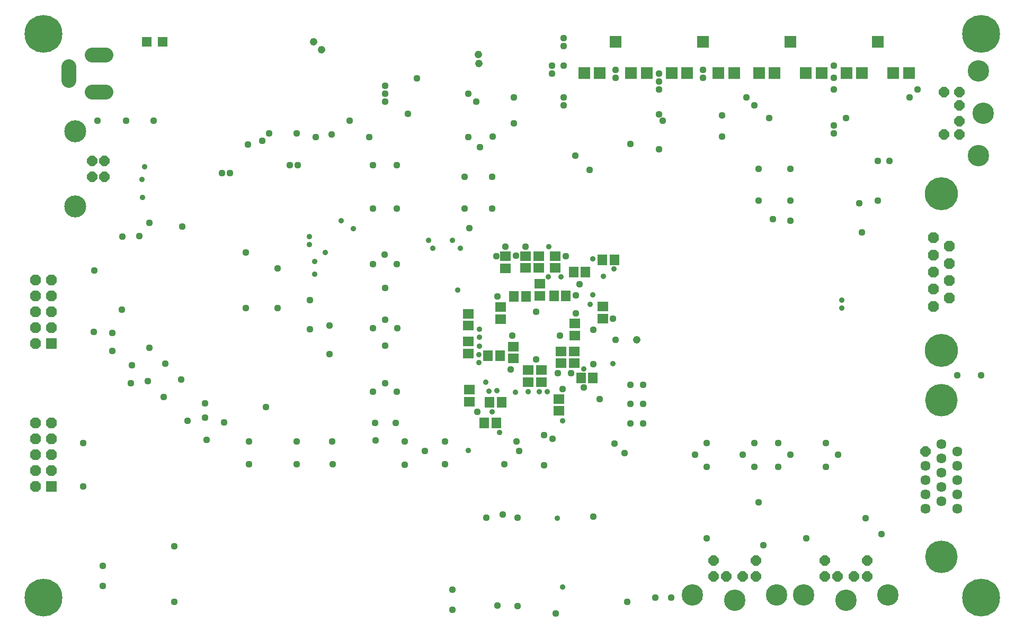
<source format=gbs>
G75*
%MOIN*%
%OFA0B0*%
%FSLAX24Y24*%
%IPPOS*%
%LPD*%
%AMOC8*
5,1,8,0,0,1.08239X$1,22.5*
%
%ADD10R,0.0730X0.0730*%
%ADD11OC8,0.0654*%
%ADD12C,0.1386*%
%ADD13C,0.0940*%
%ADD14OC8,0.0634*%
%ADD15C,0.1346*%
%ADD16C,0.0634*%
%ADD17C,0.2049*%
%ADD18OC8,0.0680*%
%ADD19C,0.2080*%
%ADD20R,0.0595X0.0595*%
%ADD21R,0.0671X0.0592*%
%ADD22R,0.0592X0.0671*%
%ADD23R,0.0680X0.0680*%
%ADD24C,0.2380*%
%ADD25C,0.0476*%
%ADD26C,0.0437*%
%ADD27C,0.0358*%
D10*
X036178Y035531D03*
X037162Y035531D03*
X039130Y035531D03*
X040115Y035531D03*
X041678Y035531D03*
X042662Y035531D03*
X044630Y035531D03*
X045615Y035531D03*
X047178Y035531D03*
X048162Y035531D03*
X050130Y035531D03*
X051115Y035531D03*
X052678Y035531D03*
X053662Y035531D03*
X055630Y035531D03*
X056615Y035531D03*
X054646Y037500D03*
X049146Y037500D03*
X043646Y037500D03*
X038146Y037500D03*
D11*
X006000Y029992D03*
X005213Y029992D03*
X005213Y029008D03*
X006000Y029008D03*
D12*
X004146Y027130D03*
X004146Y031870D03*
D13*
X005216Y034319D02*
X006076Y034319D01*
X003756Y035070D02*
X003756Y035930D01*
X005216Y036681D02*
X006076Y036681D01*
D14*
X057646Y011704D03*
X053985Y004831D03*
X053985Y003846D03*
X053158Y003846D03*
X052134Y003846D03*
X051307Y003846D03*
X051307Y004831D03*
X046985Y004831D03*
X046985Y003846D03*
X046158Y003846D03*
X045134Y003846D03*
X044307Y003846D03*
X044307Y004831D03*
X058815Y031661D03*
X059800Y031661D03*
X059800Y032488D03*
X059800Y033512D03*
X059800Y034339D03*
X058815Y034339D03*
D15*
X060981Y035657D03*
X061296Y033000D03*
X060981Y030343D03*
X055304Y002665D03*
X052646Y002350D03*
X049989Y002665D03*
X048304Y002665D03*
X045646Y002350D03*
X042989Y002665D03*
D16*
X057646Y008104D03*
X057646Y009004D03*
X057646Y009904D03*
X058646Y009454D03*
X059646Y009004D03*
X058646Y008554D03*
X059646Y008104D03*
X059646Y009904D03*
X058646Y010354D03*
X057646Y010804D03*
X058646Y011254D03*
X059646Y010804D03*
X059646Y011704D03*
X058646Y012154D03*
D17*
X058646Y014921D03*
X058646Y005079D03*
D18*
X058146Y020840D03*
X059146Y021380D03*
X058146Y021920D03*
X059146Y022460D03*
X058146Y023000D03*
X059146Y023540D03*
X058146Y024080D03*
X059146Y024620D03*
X058146Y025160D03*
X002646Y022500D03*
X001646Y022500D03*
X001646Y021500D03*
X001646Y020500D03*
X002646Y020500D03*
X002646Y021500D03*
X002646Y019500D03*
X001646Y019500D03*
X001646Y018500D03*
X001646Y013500D03*
X001646Y012500D03*
X002646Y012500D03*
X002646Y013500D03*
X002646Y011500D03*
X001646Y011500D03*
X001646Y010500D03*
X002646Y010500D03*
X001646Y009500D03*
D19*
X058646Y018070D03*
X058646Y027930D03*
D20*
X009638Y037500D03*
X008654Y037500D03*
D21*
X031237Y023992D03*
X031237Y023244D03*
X032475Y023256D03*
X033313Y023254D03*
X033313Y024002D03*
X032475Y024004D03*
X034357Y024002D03*
X034357Y023254D03*
X033398Y022254D03*
X033398Y021506D03*
X030926Y020797D03*
X030926Y020049D03*
X028896Y020374D03*
X028896Y019626D03*
X028896Y018624D03*
X028896Y017876D03*
X028949Y015591D03*
X028949Y014843D03*
X031705Y017561D03*
X032666Y016819D03*
X033473Y016819D03*
X033473Y016071D03*
X032666Y016071D03*
X034577Y015000D03*
X034577Y014252D03*
X034711Y017254D03*
X034711Y018002D03*
X035548Y018006D03*
X035548Y017258D03*
X035595Y019012D03*
X035595Y019760D03*
X037369Y020083D03*
X037369Y020831D03*
X031705Y018309D03*
D22*
X030874Y017738D03*
X030126Y017738D03*
X030225Y014793D03*
X030973Y014793D03*
X030652Y013500D03*
X029904Y013500D03*
X035981Y016346D03*
X036729Y016346D03*
X035020Y021500D03*
X034272Y021500D03*
X032516Y021470D03*
X031768Y021470D03*
X035522Y023000D03*
X036270Y023000D03*
X037333Y023766D03*
X038081Y023766D03*
D23*
X002646Y018500D03*
X002646Y009500D03*
D24*
X002146Y002500D03*
X002146Y038000D03*
X061146Y038000D03*
X061146Y002500D03*
D25*
X039477Y018728D03*
X029556Y036130D03*
X029516Y036701D03*
X019646Y037000D03*
X019146Y037500D03*
D26*
X023646Y034750D03*
X023646Y034250D03*
X023646Y033750D03*
X025087Y032961D03*
X022658Y031504D03*
X021426Y032528D03*
X020304Y031661D03*
X019280Y031504D03*
X018099Y031740D03*
X016367Y031740D03*
X015933Y031268D03*
X015028Y031031D03*
X013896Y029250D03*
X013396Y029250D03*
X017646Y029750D03*
X018146Y029750D03*
X022896Y029750D03*
X024396Y029750D03*
X028646Y029000D03*
X030396Y029000D03*
X030396Y027000D03*
X028646Y027000D03*
X028945Y025776D03*
X030646Y024000D03*
X031229Y024594D03*
X031890Y024039D03*
X032489Y024594D03*
X035028Y024004D03*
X035896Y022250D03*
X035658Y021524D03*
X035658Y020402D03*
X036741Y019358D03*
X037979Y020059D03*
X038146Y018750D03*
X036760Y017213D03*
X035363Y016642D03*
X034516Y016642D03*
X034811Y015632D03*
X036146Y015750D03*
X037146Y015000D03*
X039075Y014715D03*
X039898Y014711D03*
X039878Y015898D03*
X039075Y015886D03*
X039075Y013465D03*
X039878Y013457D03*
X038075Y012215D03*
X038717Y011587D03*
X043146Y011500D03*
X043896Y010750D03*
X043896Y012250D03*
X046146Y011500D03*
X046896Y010750D03*
X048396Y010750D03*
X049146Y011500D03*
X048396Y012250D03*
X046896Y012250D03*
X051396Y012250D03*
X052146Y011500D03*
X051396Y010750D03*
X047146Y008500D03*
X050146Y006250D03*
X047469Y005795D03*
X043896Y006250D03*
X041646Y002500D03*
X040646Y002500D03*
X038896Y002250D03*
X034396Y001500D03*
X031977Y001951D03*
X030725Y002000D03*
X027896Y001750D03*
X027896Y003000D03*
X030008Y007547D03*
X031050Y007742D03*
X031977Y007547D03*
X036760Y007606D03*
X033646Y010837D03*
X032075Y011740D03*
X031912Y012331D03*
X031162Y010900D03*
X033646Y012750D03*
X034201Y012488D03*
X029461Y014205D03*
X027412Y012331D03*
X026146Y011750D03*
X024890Y012350D03*
X023040Y012390D03*
X023020Y013492D03*
X024306Y013484D03*
X024396Y015461D03*
X023646Y015998D03*
X022896Y015461D03*
X020166Y017821D03*
X018926Y019398D03*
X020166Y019634D03*
X018906Y021248D03*
X016896Y020750D03*
X014896Y020750D03*
X016896Y023250D03*
X014896Y024250D03*
X010874Y025874D03*
X008827Y026110D03*
X008178Y025283D03*
X007134Y025224D03*
X005343Y023094D03*
X007073Y020634D03*
X005337Y019250D03*
X006491Y019177D03*
X006496Y018020D03*
X007707Y017132D03*
X007646Y016000D03*
X008707Y016132D03*
X009707Y015132D03*
X010809Y016226D03*
X009809Y017226D03*
X008809Y018220D03*
X012309Y014726D03*
X012311Y013846D03*
X011207Y013632D03*
X012433Y012429D03*
X013526Y013533D03*
X015085Y012343D03*
X015091Y010907D03*
X018091Y010888D03*
X018085Y012343D03*
X020335Y012343D03*
X020361Y010907D03*
X024890Y010860D03*
X027412Y010900D03*
X031544Y016858D03*
X033146Y017500D03*
X031646Y019000D03*
X033146Y020500D03*
X034646Y019000D03*
X030737Y021465D03*
X024416Y019461D03*
X023646Y020000D03*
X022876Y019461D03*
X023646Y018362D03*
X023646Y022000D03*
X024376Y023494D03*
X023630Y024093D03*
X022876Y023494D03*
X022896Y027000D03*
X024396Y027000D03*
X029634Y030874D03*
X030422Y031524D03*
X031741Y032370D03*
X029396Y033750D03*
X028896Y034250D03*
X031741Y034004D03*
X034146Y035500D03*
X034146Y036000D03*
X034896Y036000D03*
X034896Y037250D03*
X034896Y037750D03*
X038146Y035750D03*
X038146Y035250D03*
X034896Y034000D03*
X034896Y033500D03*
X039083Y031051D03*
X040896Y030750D03*
X041130Y032528D03*
X040894Y032921D03*
X040896Y034500D03*
X040896Y035000D03*
X040896Y035500D03*
X043646Y035250D03*
X043646Y035750D03*
X046396Y034000D03*
X046890Y033508D03*
X047823Y032685D03*
X044870Y032862D03*
X044870Y031543D03*
X047146Y029500D03*
X049146Y029500D03*
X049146Y027500D03*
X049146Y026250D03*
X048040Y026327D03*
X047146Y027500D03*
X053473Y027350D03*
X054646Y027500D03*
X053646Y025500D03*
X054646Y030000D03*
X055396Y030000D03*
X052666Y032697D03*
X051896Y032250D03*
X051896Y031750D03*
X051896Y034500D03*
X051896Y035250D03*
X051896Y036000D03*
X056646Y034000D03*
X057146Y034500D03*
X036508Y029441D03*
X035613Y030329D03*
X028886Y031504D03*
X025638Y035185D03*
X009083Y032547D03*
X007351Y032547D03*
X005559Y032547D03*
X016146Y014500D03*
X004646Y012250D03*
X004646Y009500D03*
X010396Y005750D03*
X005896Y004500D03*
X005896Y003250D03*
X010396Y002250D03*
X053896Y007500D03*
X054896Y006500D03*
X059646Y016500D03*
X061146Y016500D03*
D27*
X052396Y020750D03*
X052396Y021250D03*
X038040Y023197D03*
X037396Y022750D03*
X036721Y023846D03*
X034733Y022685D03*
X033926Y022685D03*
X036721Y021583D03*
X036544Y020953D03*
X037981Y017232D03*
X036150Y016898D03*
X033847Y015461D03*
X033355Y015461D03*
X032666Y015480D03*
X031859Y015441D03*
X030678Y015520D03*
X030195Y015506D03*
X029981Y016065D03*
X029556Y017291D03*
X029556Y017803D03*
X029575Y018335D03*
X029575Y018906D03*
X029575Y019398D03*
X028237Y021858D03*
X028396Y024500D03*
X027896Y025000D03*
X026646Y024500D03*
X026396Y025000D03*
X021646Y025750D03*
X020896Y026250D03*
X018896Y025250D03*
X018896Y024750D03*
X019896Y024250D03*
X019227Y023671D03*
X019227Y022864D03*
X008374Y027691D03*
X008355Y028846D03*
X008532Y029634D03*
X033945Y024614D03*
X030394Y014193D03*
X030845Y012890D03*
X028902Y011752D03*
X034811Y013650D03*
X034496Y007508D03*
X034811Y003177D03*
M02*

</source>
